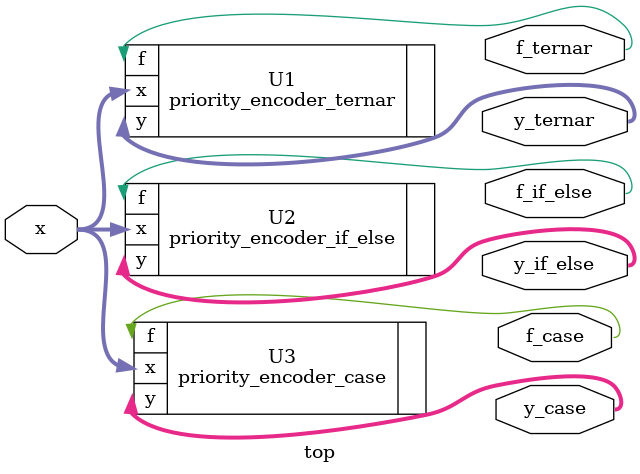
<source format=sv>
module top(x, y_ternar, y_if_else, y_case, f_ternar, f_if_else, f_case);

input  logic [7:0] x;
output logic [0:2] y_ternar, y_if_else, y_case;
output logic f_ternar, f_if_else, f_case;

priority_encoder_ternar  U1 ( .x(x), .y(y_ternar), .f(f_ternar) );
priority_encoder_if_else U2 ( .x(x), .y(y_if_else), .f(f_if_else) );
priority_encoder_case    U3 ( .x(x), .y(y_case), .f(f_case) );

endmodule

</source>
